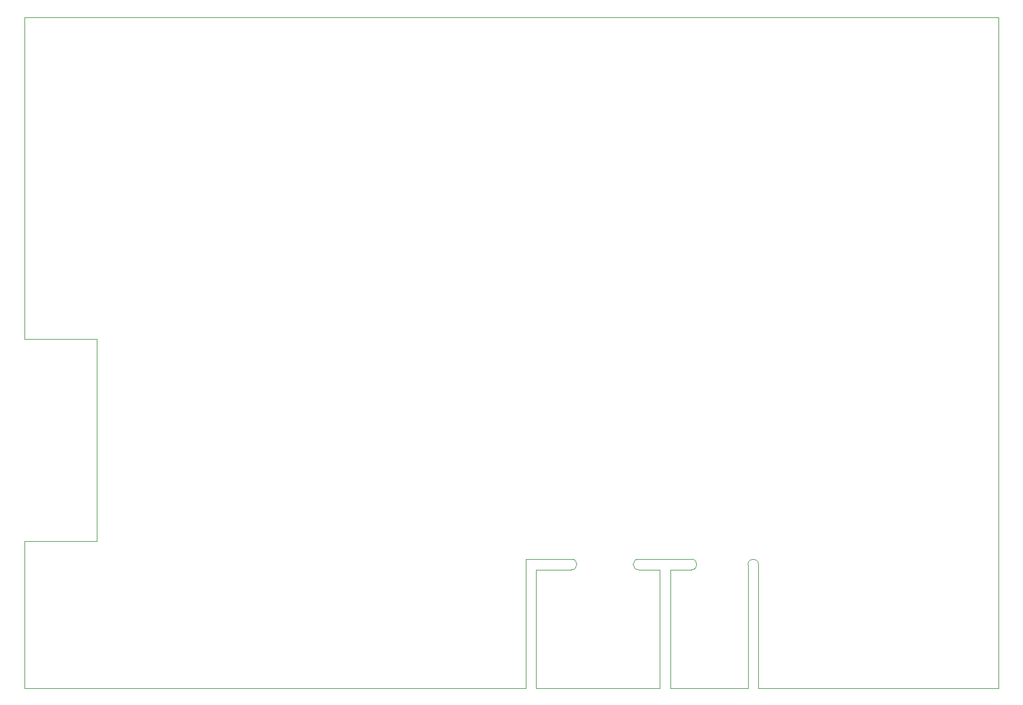
<source format=gm1>
G04 #@! TF.GenerationSoftware,KiCad,Pcbnew,(5.1.9)-1*
G04 #@! TF.CreationDate,2021-04-19T10:18:59+02:00*
G04 #@! TF.ProjectId,esp32-light-controller,65737033-322d-46c6-9967-68742d636f6e,rev?*
G04 #@! TF.SameCoordinates,Original*
G04 #@! TF.FileFunction,Profile,NP*
%FSLAX46Y46*%
G04 Gerber Fmt 4.6, Leading zero omitted, Abs format (unit mm)*
G04 Created by KiCad (PCBNEW (5.1.9)-1) date 2021-04-19 10:18:59*
%MOMM*%
%LPD*%
G01*
G04 APERTURE LIST*
G04 #@! TA.AperFunction,Profile*
%ADD10C,0.050000*%
G04 #@! TD*
G04 APERTURE END LIST*
D10*
X50000000Y-100600000D02*
X50000000Y-55000000D01*
X60200000Y-100600000D02*
X50000000Y-100600000D01*
X60200000Y-129200000D02*
X60200000Y-100600000D01*
X50000000Y-129200000D02*
X60200000Y-129200000D01*
X188000000Y-55000000D02*
X50000000Y-55000000D01*
X188000000Y-150000000D02*
X188000000Y-55000000D01*
X180000000Y-150000000D02*
X188000000Y-150000000D01*
X159000000Y-150000000D02*
X180000000Y-150000000D01*
X152500000Y-132500000D02*
G75*
G02*
X154000000Y-132500000I750000J0D01*
G01*
X144500000Y-131750000D02*
G75*
G02*
X144500000Y-133250000I0J-750000D01*
G01*
X154000000Y-150000000D02*
X159000000Y-150000000D01*
X154000000Y-132500000D02*
X154000000Y-150000000D01*
X152500000Y-133250000D02*
X152500000Y-132500000D01*
X152500000Y-150000000D02*
X152500000Y-133250000D01*
X144750000Y-150000000D02*
X152500000Y-150000000D01*
X144500000Y-131750000D02*
X141250000Y-131750000D01*
X141500000Y-133250000D02*
X144500000Y-133250000D01*
X137000000Y-133250000D02*
G75*
G02*
X137000000Y-131750000I0J750000D01*
G01*
X141500000Y-150000000D02*
X144750000Y-150000000D01*
X141500000Y-133250000D02*
X141500000Y-150000000D01*
X140000000Y-131750000D02*
X141250000Y-131750000D01*
X137000000Y-131750000D02*
X140000000Y-131750000D01*
X140000000Y-133250000D02*
X137000000Y-133250000D01*
X140000000Y-150000000D02*
X140000000Y-133250000D01*
X122500000Y-150000000D02*
X140000000Y-150000000D01*
X127500000Y-131750000D02*
G75*
G02*
X127500000Y-133250000I0J-750000D01*
G01*
X121000000Y-131750000D02*
X127500000Y-131750000D01*
X121000000Y-133250000D02*
X121000000Y-131750000D01*
X121000000Y-150000000D02*
X121000000Y-133250000D01*
X122500000Y-133250000D02*
X127500000Y-133250000D01*
X122500000Y-150000000D02*
X122500000Y-133250000D01*
X50000000Y-150000000D02*
X121000000Y-150000000D01*
X50000000Y-150000000D02*
X50000000Y-129200000D01*
M02*

</source>
